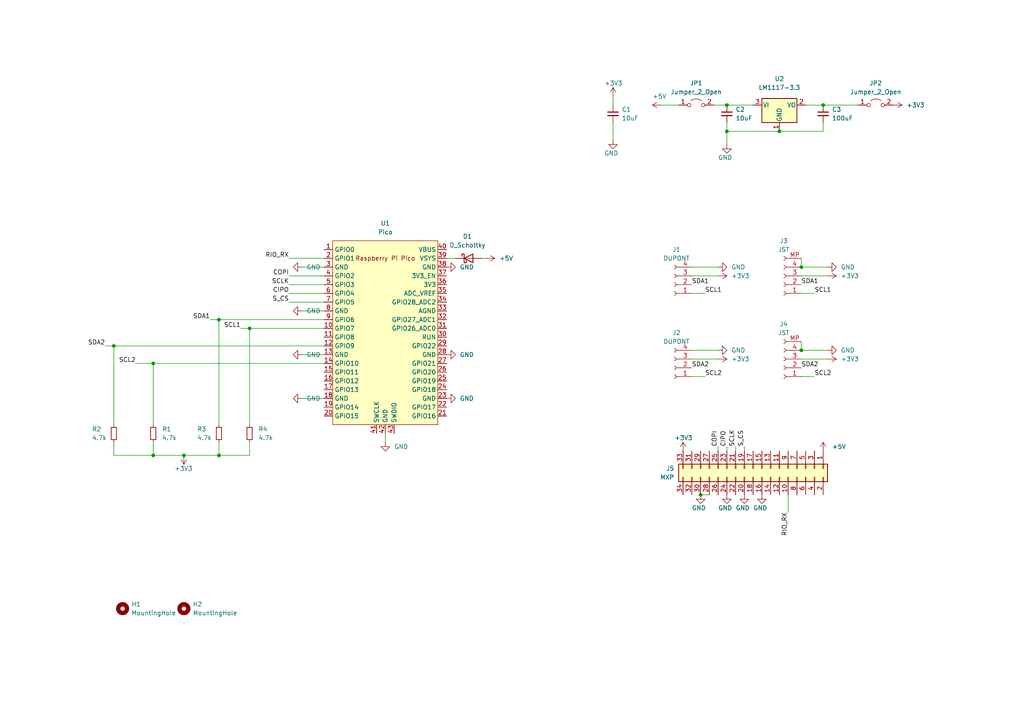
<source format=kicad_sch>
(kicad_sch (version 20211123) (generator eeschema)
  (paper "A4")
  (lib_symbols
    (symbol "Connector:Conn_01x04_Female" (pin_names (offset 1.016) hide)
      (property "Reference" "J" (at 0 5.08 0))
      (property "Value" "Conn_01x04_Female" (at 0 -7.62 0))
      (symbol "Conn_01x04_Female_1_1"
        (arc (start 0 -4.572) (mid -0.508 -5.08) (end 0 -5.588) (stroke (width 0.1524)))
        (arc (start 0 -2.032) (mid -0.508 -2.54) (end 0 -3.048) (stroke (width 0.1524)))
        (polyline (pts (xy -1.27 -5.08) (xy -0.508 -5.08)) (stroke (width 0.1524)))
        (polyline (pts (xy -1.27 -2.54) (xy -0.508 -2.54)) (stroke (width 0.1524)))
        (polyline (pts (xy -1.27 0) (xy -0.508 0)) (stroke (width 0.1524)))
        (polyline (pts (xy -1.27 2.54) (xy -0.508 2.54)) (stroke (width 0.1524)))
        (arc (start 0 0.508) (mid -0.508 0) (end 0 -0.508) (stroke (width 0.1524)))
        (arc (start 0 3.048) (mid -0.508 2.54) (end 0 2.032) (stroke (width 0.1524)))
        (pin passive line (at -5.08 2.54 0) (length 3.81) (name "Pin_1") (number "1"))
        (pin passive line (at -5.08 0 0) (length 3.81) (name "Pin_2") (number "2"))
        (pin passive line (at -5.08 -2.54 0) (length 3.81) (name "Pin_3") (number "3"))
        (pin passive line (at -5.08 -5.08 0) (length 3.81) (name "Pin_4") (number "4"))
      )
    )
    (symbol "Connector:Conn_01x05_Female" (pin_names (offset 1.016) hide)
      (property "Reference" "J?" (at 0.635 10.16 0))
      (property "Value" "Conn_01x05_Female" (at 0.635 7.62 0))
      (symbol "Conn_01x05_Female_1_1"
        (arc (start 0 -4.572) (mid -0.508 -5.08) (end 0 -5.588) (stroke (width 0.1524)))
        (arc (start 0 -2.032) (mid -0.508 -2.54) (end 0 -3.048) (stroke (width 0.1524)))
        (polyline (pts (xy -1.27 -5.08) (xy -0.508 -5.08)) (stroke (width 0.1524)))
        (polyline (pts (xy -1.27 -2.54) (xy -0.508 -2.54)) (stroke (width 0.1524)))
        (polyline (pts (xy -1.27 0) (xy -0.508 0)) (stroke (width 0.1524)))
        (polyline (pts (xy -1.27 2.54) (xy -0.508 2.54)) (stroke (width 0.1524)))
        (polyline (pts (xy -1.27 5.08) (xy -0.508 5.08)) (stroke (width 0.1524)))
        (arc (start 0 0.508) (mid -0.508 0) (end 0 -0.508) (stroke (width 0.1524)))
        (arc (start 0 3.048) (mid -0.508 2.54) (end 0 2.032) (stroke (width 0.1524)))
        (arc (start 0 5.588) (mid -0.508 5.08) (end 0 4.572) (stroke (width 0.1524)))
        (pin passive line (at -5.08 5.08 0) (length 3.81) (name "Pin_1") (number "1"))
        (pin passive line (at -5.08 2.54 0) (length 3.81) (name "Pin_2") (number "2"))
        (pin passive line (at -5.08 0 0) (length 3.81) (name "Pin_3") (number "3"))
        (pin passive line (at -5.08 -2.54 0) (length 3.81) (name "Pin_4") (number "4"))
        (pin passive line (at -5.08 -5.08 0) (length 3.81) (name "MP") (number "MP"))
      )
    )
    (symbol "Connector_Generic:Conn_02x17_Odd_Even" (pin_names (offset 1.016) hide)
      (property "Reference" "J" (at 1.27 22.86 0))
      (property "Value" "Conn_02x17_Odd_Even" (at 1.27 -22.86 0))
      (symbol "Conn_02x17_Odd_Even_1_1"
        (rectangle (start -1.27 -20.193) (end 0 -20.447) (stroke (width 0.1524)))
        (rectangle (start -1.27 -17.653) (end 0 -17.907) (stroke (width 0.1524)))
        (rectangle (start -1.27 -15.113) (end 0 -15.367) (stroke (width 0.1524)))
        (rectangle (start -1.27 -12.573) (end 0 -12.827) (stroke (width 0.1524)))
        (rectangle (start -1.27 -10.033) (end 0 -10.287) (stroke (width 0.1524)))
        (rectangle (start -1.27 -7.493) (end 0 -7.747) (stroke (width 0.1524)))
        (rectangle (start -1.27 -4.953) (end 0 -5.207) (stroke (width 0.1524)))
        (rectangle (start -1.27 -2.413) (end 0 -2.667) (stroke (width 0.1524)))
        (rectangle (start -1.27 0.127) (end 0 -0.127) (stroke (width 0.1524)))
        (rectangle (start -1.27 2.667) (end 0 2.413) (stroke (width 0.1524)))
        (rectangle (start -1.27 5.207) (end 0 4.953) (stroke (width 0.1524)))
        (rectangle (start -1.27 7.747) (end 0 7.493) (stroke (width 0.1524)))
        (rectangle (start -1.27 10.287) (end 0 10.033) (stroke (width 0.1524)))
        (rectangle (start -1.27 12.827) (end 0 12.573) (stroke (width 0.1524)))
        (rectangle (start -1.27 15.367) (end 0 15.113) (stroke (width 0.1524)))
        (rectangle (start -1.27 17.907) (end 0 17.653) (stroke (width 0.1524)))
        (rectangle (start -1.27 20.447) (end 0 20.193) (stroke (width 0.1524)))
        (rectangle (start -1.27 21.59) (end 3.81 -21.59) (stroke (width 0.254)) (fill (type background)))
        (rectangle (start 3.81 -20.193) (end 2.54 -20.447) (stroke (width 0.1524)))
        (rectangle (start 3.81 -17.653) (end 2.54 -17.907) (stroke (width 0.1524)))
        (rectangle (start 3.81 -15.113) (end 2.54 -15.367) (stroke (width 0.1524)))
        (rectangle (start 3.81 -12.573) (end 2.54 -12.827) (stroke (width 0.1524)))
        (rectangle (start 3.81 -10.033) (end 2.54 -10.287) (stroke (width 0.1524)))
        (rectangle (start 3.81 -7.493) (end 2.54 -7.747) (stroke (width 0.1524)))
        (rectangle (start 3.81 -4.953) (end 2.54 -5.207) (stroke (width 0.1524)))
        (rectangle (start 3.81 -2.413) (end 2.54 -2.667) (stroke (width 0.1524)))
        (rectangle (start 3.81 0.127) (end 2.54 -0.127) (stroke (width 0.1524)))
        (rectangle (start 3.81 2.667) (end 2.54 2.413) (stroke (width 0.1524)))
        (rectangle (start 3.81 5.207) (end 2.54 4.953) (stroke (width 0.1524)))
        (rectangle (start 3.81 7.747) (end 2.54 7.493) (stroke (width 0.1524)))
        (rectangle (start 3.81 10.287) (end 2.54 10.033) (stroke (width 0.1524)))
        (rectangle (start 3.81 12.827) (end 2.54 12.573) (stroke (width 0.1524)))
        (rectangle (start 3.81 15.367) (end 2.54 15.113) (stroke (width 0.1524)))
        (rectangle (start 3.81 17.907) (end 2.54 17.653) (stroke (width 0.1524)))
        (rectangle (start 3.81 20.447) (end 2.54 20.193) (stroke (width 0.1524)))
        (pin passive line (at -5.08 20.32 0) (length 3.81) (name "Pin_1") (number "1"))
        (pin passive line (at 7.62 10.16 180) (length 3.81) (name "Pin_10") (number "10"))
        (pin passive line (at -5.08 7.62 0) (length 3.81) (name "Pin_11") (number "11"))
        (pin passive line (at 7.62 7.62 180) (length 3.81) (name "Pin_12") (number "12"))
        (pin passive line (at -5.08 5.08 0) (length 3.81) (name "Pin_13") (number "13"))
        (pin passive line (at 7.62 5.08 180) (length 3.81) (name "Pin_14") (number "14"))
        (pin passive line (at -5.08 2.54 0) (length 3.81) (name "Pin_15") (number "15"))
        (pin passive line (at 7.62 2.54 180) (length 3.81) (name "Pin_16") (number "16"))
        (pin passive line (at -5.08 0 0) (length 3.81) (name "Pin_17") (number "17"))
        (pin passive line (at 7.62 0 180) (length 3.81) (name "Pin_18") (number "18"))
        (pin passive line (at -5.08 -2.54 0) (length 3.81) (name "Pin_19") (number "19"))
        (pin passive line (at 7.62 20.32 180) (length 3.81) (name "Pin_2") (number "2"))
        (pin passive line (at 7.62 -2.54 180) (length 3.81) (name "Pin_20") (number "20"))
        (pin passive line (at -5.08 -5.08 0) (length 3.81) (name "Pin_21") (number "21"))
        (pin passive line (at 7.62 -5.08 180) (length 3.81) (name "Pin_22") (number "22"))
        (pin passive line (at -5.08 -7.62 0) (length 3.81) (name "Pin_23") (number "23"))
        (pin passive line (at 7.62 -7.62 180) (length 3.81) (name "Pin_24") (number "24"))
        (pin passive line (at -5.08 -10.16 0) (length 3.81) (name "Pin_25") (number "25"))
        (pin passive line (at 7.62 -10.16 180) (length 3.81) (name "Pin_26") (number "26"))
        (pin passive line (at -5.08 -12.7 0) (length 3.81) (name "Pin_27") (number "27"))
        (pin passive line (at 7.62 -12.7 180) (length 3.81) (name "Pin_28") (number "28"))
        (pin passive line (at -5.08 -15.24 0) (length 3.81) (name "Pin_29") (number "29"))
        (pin passive line (at -5.08 17.78 0) (length 3.81) (name "Pin_3") (number "3"))
        (pin passive line (at 7.62 -15.24 180) (length 3.81) (name "Pin_30") (number "30"))
        (pin passive line (at -5.08 -17.78 0) (length 3.81) (name "Pin_31") (number "31"))
        (pin passive line (at 7.62 -17.78 180) (length 3.81) (name "Pin_32") (number "32"))
        (pin passive line (at -5.08 -20.32 0) (length 3.81) (name "Pin_33") (number "33"))
        (pin passive line (at 7.62 -20.32 180) (length 3.81) (name "Pin_34") (number "34"))
        (pin passive line (at 7.62 17.78 180) (length 3.81) (name "Pin_4") (number "4"))
        (pin passive line (at -5.08 15.24 0) (length 3.81) (name "Pin_5") (number "5"))
        (pin passive line (at 7.62 15.24 180) (length 3.81) (name "Pin_6") (number "6"))
        (pin passive line (at -5.08 12.7 0) (length 3.81) (name "Pin_7") (number "7"))
        (pin passive line (at 7.62 12.7 180) (length 3.81) (name "Pin_8") (number "8"))
        (pin passive line (at -5.08 10.16 0) (length 3.81) (name "Pin_9") (number "9"))
      )
    )
    (symbol "Device:C_Small" (pin_numbers hide) (pin_names (offset 0.254) hide)
      (property "Reference" "C" (at 0.254 1.778 0))
      (property "Value" "C_Small" (at 0.254 -2.032 0))
      (symbol "C_Small_0_1"
        (polyline (pts (xy -1.524 -0.508) (xy 1.524 -0.508)) (stroke (width 0.3302)))
        (polyline (pts (xy -1.524 0.508) (xy 1.524 0.508)) (stroke (width 0.3048)))
      )
      (symbol "C_Small_1_1"
        (pin passive line (at 0 2.54 270) (length 2.032) (name "~") (number "1"))
        (pin passive line (at 0 -2.54 90) (length 2.032) (name "~") (number "2"))
      )
    )
    (symbol "Device:D_Schottky" (pin_numbers hide) (pin_names (offset 1.016) hide)
      (property "Reference" "D" (at 0 2.54 0))
      (property "Value" "D_Schottky" (at 0 -2.54 0))
      (symbol "D_Schottky_0_1"
        (polyline (pts (xy 1.27 0) (xy -1.27 0)))
        (polyline (pts (xy 1.27 1.27) (xy 1.27 -1.27) (xy -1.27 0) (xy 1.27 1.27)) (stroke (width 0.254)))
        (polyline (pts (xy -1.905 0.635) (xy -1.905 1.27) (xy -1.27 1.27) (xy -1.27 -1.27) (xy -0.635 -1.27) (xy -0.635 -0.635)) (stroke (width 0.254)))
      )
      (symbol "D_Schottky_1_1"
        (pin passive line (at -3.81 0 0) (length 2.54) (name "K") (number "1"))
        (pin passive line (at 3.81 0 180) (length 2.54) (name "A") (number "2"))
      )
    )
    (symbol "Device:R_Small" (pin_numbers hide) (pin_names (offset 0.254) hide)
      (property "Reference" "R" (at 0.762 0.508 0))
      (property "Value" "R_Small" (at 0.762 -1.016 0))
      (symbol "R_Small_0_1"
        (rectangle (start -0.762 1.778) (end 0.762 -1.778) (stroke (width 0.2032)))
      )
      (symbol "R_Small_1_1"
        (pin passive line (at 0 2.54 270) (length 0.762) (name "~") (number "1"))
        (pin passive line (at 0 -2.54 90) (length 0.762) (name "~") (number "2"))
      )
    )
    (symbol "Jumper:Jumper_2_Open" (pin_names (offset 0) hide)
      (property "Reference" "JP" (at 0 2.794 0))
      (property "Value" "Jumper_2_Open" (at 0 -2.286 0))
      (symbol "Jumper_2_Open_0_0"
        (circle (center -2.032 0) (radius 0.508))
        (circle (center 2.032 0) (radius 0.508))
      )
      (symbol "Jumper_2_Open_0_1"
        (arc (start 1.524 1.27) (mid 0 1.778) (end -1.524 1.27))
      )
      (symbol "Jumper_2_Open_1_1"
        (pin passive line (at -5.08 0 0) (length 2.54) (name "A") (number "1"))
        (pin passive line (at 5.08 0 180) (length 2.54) (name "B") (number "2"))
      )
    )
    (symbol "MCU_RaspberryPi_and_Boards:Pico"
      (property "Reference" "U" (at -13.97 27.94 0))
      (property "Value" "Pico" (at 0 19.05 0))
      (symbol "Pico_0_0"
        (text "Raspberry Pi Pico" (at 0 21.59 0) (effects (font (size 1.27 1.27))))
      )
      (symbol "Pico_0_1"
        (rectangle (start -15.24 26.67) (end 15.24 -26.67) (fill (type background)))
      )
      (symbol "Pico_1_1"
        (pin bidirectional line (at -17.78 24.13 0) (length 2.54) (name "GPIO0") (number "1"))
        (pin bidirectional line (at -17.78 1.27 0) (length 2.54) (name "GPIO7") (number "10"))
        (pin bidirectional line (at -17.78 -1.27 0) (length 2.54) (name "GPIO8") (number "11"))
        (pin bidirectional line (at -17.78 -3.81 0) (length 2.54) (name "GPIO9") (number "12"))
        (pin power_in line (at -17.78 -6.35 0) (length 2.54) (name "GND") (number "13"))
        (pin bidirectional line (at -17.78 -8.89 0) (length 2.54) (name "GPIO10") (number "14"))
        (pin bidirectional line (at -17.78 -11.43 0) (length 2.54) (name "GPIO11") (number "15"))
        (pin bidirectional line (at -17.78 -13.97 0) (length 2.54) (name "GPIO12") (number "16"))
        (pin bidirectional line (at -17.78 -16.51 0) (length 2.54) (name "GPIO13") (number "17"))
        (pin power_in line (at -17.78 -19.05 0) (length 2.54) (name "GND") (number "18"))
        (pin bidirectional line (at -17.78 -21.59 0) (length 2.54) (name "GPIO14") (number "19"))
        (pin bidirectional line (at -17.78 21.59 0) (length 2.54) (name "GPIO1") (number "2"))
        (pin bidirectional line (at -17.78 -24.13 0) (length 2.54) (name "GPIO15") (number "20"))
        (pin bidirectional line (at 17.78 -24.13 180) (length 2.54) (name "GPIO16") (number "21"))
        (pin bidirectional line (at 17.78 -21.59 180) (length 2.54) (name "GPIO17") (number "22"))
        (pin power_in line (at 17.78 -19.05 180) (length 2.54) (name "GND") (number "23"))
        (pin bidirectional line (at 17.78 -16.51 180) (length 2.54) (name "GPIO18") (number "24"))
        (pin bidirectional line (at 17.78 -13.97 180) (length 2.54) (name "GPIO19") (number "25"))
        (pin bidirectional line (at 17.78 -11.43 180) (length 2.54) (name "GPIO20") (number "26"))
        (pin bidirectional line (at 17.78 -8.89 180) (length 2.54) (name "GPIO21") (number "27"))
        (pin power_in line (at 17.78 -6.35 180) (length 2.54) (name "GND") (number "28"))
        (pin bidirectional line (at 17.78 -3.81 180) (length 2.54) (name "GPIO22") (number "29"))
        (pin power_in line (at -17.78 19.05 0) (length 2.54) (name "GND") (number "3"))
        (pin input line (at 17.78 -1.27 180) (length 2.54) (name "RUN") (number "30"))
        (pin bidirectional line (at 17.78 1.27 180) (length 2.54) (name "GPIO26_ADC0") (number "31"))
        (pin bidirectional line (at 17.78 3.81 180) (length 2.54) (name "GPIO27_ADC1") (number "32"))
        (pin power_in line (at 17.78 6.35 180) (length 2.54) (name "AGND") (number "33"))
        (pin bidirectional line (at 17.78 8.89 180) (length 2.54) (name "GPIO28_ADC2") (number "34"))
        (pin power_in line (at 17.78 11.43 180) (length 2.54) (name "ADC_VREF") (number "35"))
        (pin power_in line (at 17.78 13.97 180) (length 2.54) (name "3V3") (number "36"))
        (pin input line (at 17.78 16.51 180) (length 2.54) (name "3V3_EN") (number "37"))
        (pin bidirectional line (at 17.78 19.05 180) (length 2.54) (name "GND") (number "38"))
        (pin power_in line (at 17.78 21.59 180) (length 2.54) (name "VSYS") (number "39"))
        (pin bidirectional line (at -17.78 16.51 0) (length 2.54) (name "GPIO2") (number "4"))
        (pin power_in line (at 17.78 24.13 180) (length 2.54) (name "VBUS") (number "40"))
        (pin input line (at -2.54 -29.21 90) (length 2.54) (name "SWCLK") (number "41"))
        (pin power_in line (at 0 -29.21 90) (length 2.54) (name "GND") (number "42"))
        (pin bidirectional line (at 2.54 -29.21 90) (length 2.54) (name "SWDIO") (number "43"))
        (pin bidirectional line (at -17.78 13.97 0) (length 2.54) (name "GPIO3") (number "5"))
        (pin bidirectional line (at -17.78 11.43 0) (length 2.54) (name "GPIO4") (number "6"))
        (pin bidirectional line (at -17.78 8.89 0) (length 2.54) (name "GPIO5") (number "7"))
        (pin power_in line (at -17.78 6.35 0) (length 2.54) (name "GND") (number "8"))
        (pin bidirectional line (at -17.78 3.81 0) (length 2.54) (name "GPIO6") (number "9"))
      )
    )
    (symbol "Mechanical:MountingHole" (pin_names (offset 1.016))
      (property "Reference" "H" (at 0 5.08 0))
      (property "Value" "MountingHole" (at 0 3.175 0))
      (symbol "MountingHole_0_1"
        (circle (center 0 0) (radius 1.27) (stroke (width 1.27)))
      )
    )
    (symbol "Regulator_Linear:LM1117-3.3" (pin_names (offset 0.254))
      (property "Reference" "U" (at -3.81 3.175 0))
      (property "Value" "LM1117-3.3" (at 0 3.175 0))
      (symbol "LM1117-3.3_0_1"
        (rectangle (start -5.08 -5.08) (end 5.08 1.905) (stroke (width 0.254)) (fill (type background)))
      )
      (symbol "LM1117-3.3_1_1"
        (pin power_in line (at 0 -7.62 90) (length 2.54) (name "GND") (number "1"))
        (pin power_out line (at 7.62 0 180) (length 2.54) (name "VO") (number "2"))
        (pin power_in line (at -7.62 0 0) (length 2.54) (name "VI") (number "3"))
      )
    )
    (symbol "power:+3V3" (power) (pin_names (offset 0))
      (property "Value" "+3V3" (at 0 3.556 0))
      (symbol "+3V3_0_1"
        (polyline (pts (xy -0.762 1.27) (xy 0 2.54)))
        (polyline (pts (xy 0 0) (xy 0 2.54)))
        (polyline (pts (xy 0 2.54) (xy 0.762 1.27)))
      )
      (symbol "+3V3_1_1"
        (pin power_in line (at 0 0 90) (length 0) hide (name "+3V3") (number "1"))
      )
    )
    (symbol "power:+5V" (power) (pin_names (offset 0))
      (property "Value" "+5V" (at 0 3.556 0))
      (symbol "+5V_0_1"
        (polyline (pts (xy -0.762 1.27) (xy 0 2.54)))
        (polyline (pts (xy 0 0) (xy 0 2.54)))
        (polyline (pts (xy 0 2.54) (xy 0.762 1.27)))
      )
      (symbol "+5V_1_1"
        (pin power_in line (at 0 0 90) (length 0) hide (name "+5V") (number "1"))
      )
    )
    (symbol "power:GND" (power) (pin_names (offset 0))
      (property "Value" "GND" (at 0 -3.81 0))
      (symbol "GND_0_1"
        (polyline (pts (xy 0 0) (xy 0 -1.27) (xy 1.27 -1.27) (xy 0 -2.54) (xy -1.27 -1.27) (xy 0 -1.27)))
      )
      (symbol "GND_1_1"
        (pin power_in line (at 0 0 270) (length 0) hide (name "GND") (number "1"))
      )
    )
  )
  (junction (at 232.41 101.6))
  (junction (at 210.82 30.48))
  (junction (at 232.41 77.47))
  (junction (at 53.34 132.08))
  (junction (at 226.06 38.1))
  (junction (at 238.76 30.48))
  (junction (at 203.2 143.51))
  (junction (at 44.45 105.41))
  (junction (at 63.5 132.08))
  (junction (at 210.82 38.1))
  (junction (at 44.45 132.08))
  (junction (at 33.02 100.33))
  (junction (at 63.5 92.71))
  (junction (at 72.39 95.25))
  (wire (pts (xy 210.82 30.48) (xy 218.44 30.48)))
  (wire (pts (xy 191.77 30.48) (xy 196.85 30.48)))
  (wire (pts (xy 240.03 104.14) (xy 232.41 104.14)))
  (wire (pts (xy 238.76 30.48) (xy 248.92 30.48)))
  (wire (pts (xy 60.96 92.71) (xy 63.5 92.71)))
  (wire (pts (xy 53.34 132.08) (xy 63.5 132.08)))
  (wire (pts (xy 111.76 128.27) (xy 111.76 125.73)))
  (wire (pts (xy 83.82 85.09) (xy 93.98 85.09)))
  (wire (pts (xy 33.02 100.33) (xy 93.98 100.33)))
  (wire (pts (xy 87.63 77.47) (xy 93.98 77.47)))
  (wire (pts (xy 210.82 41.91) (xy 210.82 38.1)))
  (wire (pts (xy 129.54 74.93) (xy 132.08 74.93)))
  (wire (pts (xy 240.03 80.01) (xy 232.41 80.01)))
  (wire (pts (xy 83.82 87.63) (xy 93.98 87.63)))
  (wire (pts (xy 83.82 80.01) (xy 93.98 80.01)))
  (wire (pts (xy 63.5 123.19) (xy 63.5 92.71)))
  (wire (pts (xy 177.8 40.64) (xy 177.8 35.56)))
  (wire (pts (xy 30.48 100.33) (xy 33.02 100.33)))
  (wire (pts (xy 204.47 85.09) (xy 200.66 85.09)))
  (wire (pts (xy 210.82 38.1) (xy 210.82 35.56)))
  (wire (pts (xy 72.39 123.19) (xy 72.39 95.25)))
  (wire (pts (xy 63.5 132.08) (xy 72.39 132.08)))
  (wire (pts (xy 87.63 115.57) (xy 93.98 115.57)))
  (wire (pts (xy 233.68 30.48) (xy 238.76 30.48)))
  (wire (pts (xy 213.36 129.54) (xy 213.36 130.81)))
  (wire (pts (xy 69.85 95.25) (xy 72.39 95.25)))
  (wire (pts (xy 215.9 129.54) (xy 215.9 130.81)))
  (wire (pts (xy 240.03 77.47) (xy 232.41 77.47)))
  (wire (pts (xy 87.63 102.87) (xy 93.98 102.87)))
  (wire (pts (xy 139.7 74.93) (xy 140.97 74.93)))
  (wire (pts (xy 236.22 109.22) (xy 232.41 109.22)))
  (wire (pts (xy 204.47 109.22) (xy 200.66 109.22)))
  (wire (pts (xy 44.45 132.08) (xy 44.45 128.27)))
  (wire (pts (xy 238.76 38.1) (xy 226.06 38.1)))
  (wire (pts (xy 87.63 90.17) (xy 93.98 90.17)))
  (wire (pts (xy 203.2 143.51) (xy 205.74 143.51)))
  (wire (pts (xy 83.82 82.55) (xy 93.98 82.55)))
  (wire (pts (xy 72.39 132.08) (xy 72.39 128.27)))
  (wire (pts (xy 72.39 95.25) (xy 93.98 95.25)))
  (wire (pts (xy 63.5 132.08) (xy 63.5 128.27)))
  (wire (pts (xy 228.6 148.59) (xy 228.6 143.51)))
  (wire (pts (xy 210.82 38.1) (xy 226.06 38.1)))
  (wire (pts (xy 240.03 101.6) (xy 232.41 101.6)))
  (wire (pts (xy 44.45 105.41) (xy 93.98 105.41)))
  (wire (pts (xy 210.82 129.54) (xy 210.82 130.81)))
  (wire (pts (xy 208.28 129.54) (xy 208.28 130.81)))
  (wire (pts (xy 33.02 132.08) (xy 44.45 132.08)))
  (wire (pts (xy 232.41 99.06) (xy 232.41 101.6)))
  (wire (pts (xy 208.28 77.47) (xy 200.66 77.47)))
  (wire (pts (xy 44.45 132.08) (xy 53.34 132.08)))
  (wire (pts (xy 33.02 132.08) (xy 33.02 128.27)))
  (wire (pts (xy 238.76 35.56) (xy 238.76 38.1)))
  (wire (pts (xy 44.45 123.19) (xy 44.45 105.41)))
  (wire (pts (xy 63.5 92.71) (xy 93.98 92.71)))
  (wire (pts (xy 207.01 30.48) (xy 210.82 30.48)))
  (wire (pts (xy 236.22 85.09) (xy 232.41 85.09)))
  (wire (pts (xy 208.28 104.14) (xy 200.66 104.14)))
  (wire (pts (xy 208.28 101.6) (xy 200.66 101.6)))
  (wire (pts (xy 208.28 80.01) (xy 200.66 80.01)))
  (wire (pts (xy 83.82 74.93) (xy 93.98 74.93)))
  (wire (pts (xy 39.37 105.41) (xy 44.45 105.41)))
  (wire (pts (xy 177.8 27.94) (xy 177.8 30.48)))
  (wire (pts (xy 232.41 74.93) (xy 232.41 77.47)))
  (wire (pts (xy 33.02 123.19) (xy 33.02 100.33)))
  (label "SCL1" (at 69.85 95.25 180))
  (label "SCLK" (at 83.82 82.55 180))
  (label "SCLK" (at 213.36 129.54 90))
  (label "SCL1" (at 204.47 85.09 0))
  (label "CIPO" (at 210.82 129.54 90))
  (label "SDA1" (at 200.66 82.55 0))
  (label "SDA2" (at 200.66 106.68 0))
  (label "SCL2" (at 204.47 109.22 0))
  (label "RIO_RX" (at 228.6 148.59 270))
  (label "SCL2" (at 236.22 109.22 0))
  (label "SCL2" (at 39.37 105.41 180))
  (label "SDA1" (at 232.41 82.55 0))
  (label "S_CS" (at 215.9 129.54 90))
  (label "SCL1" (at 236.22 85.09 0))
  (label "COPI" (at 208.28 129.54 90))
  (label "COPI" (at 83.82 80.01 180))
  (label "SDA1" (at 60.96 92.71 180))
  (label "SDA2" (at 232.41 106.68 0))
  (label "CIPO" (at 83.82 85.09 180))
  (label "SDA2" (at 30.48 100.33 180))
  (label "S_CS" (at 83.82 87.63 180))
  (label "RIO_RX" (at 83.82 74.93 180))
  (symbol (lib_id "power:+3V3") (at 198.12 130.81 0) (unit 1)
    (property "Reference" "#PWR0111" (effects hide))
    (property "Value" "+3V3" (at 195.58 127 0) (effects (justify left)))
  )
  (symbol (lib_id "power:GND") (at 210.82 41.91 0) (unit 1)
    (property "Reference" "#PWR0129" (effects hide))
    (property "Value" "GND" (at 208.28 45.72 0) (effects (justify left)))
  )
  (symbol (lib_id "power:GND") (at 203.2 143.51 0) (unit 1)
    (property "Reference" "#PWR0109" (effects hide))
    (property "Value" "GND" (at 200.66 147.32 0) (effects (justify left)))
  )
  (symbol (lib_id "power:+5V") (at 191.77 30.48 90) (unit 1)
    (property "Reference" "#PWR0128" (effects hide))
    (property "Value" "+5V" (at 189.23 27.94 90) (effects (justify right)))
  )
  (symbol (lib_id "power:GND") (at 220.98 143.51 0) (unit 1)
    (property "Reference" "#PWR0123" (effects hide))
    (property "Value" "GND" (at 218.44 147.32 0) (effects (justify left)))
  )
  (symbol (lib_id "power:GND") (at 87.63 90.17 270) (unit 1)
    (property "Reference" "#PWR0118" (effects hide))
    (property "Value" "GND" (at 88.9 90.1699 90) (effects (justify left)))
  )
  (symbol (lib_id "Jumper:Jumper_2_Open") (at 254 30.48 0) (unit 1)
    (property "Reference" "JP2" (at 254 24.13 0))
    (property "Value" "Jumper_2_Open" (at 254 26.67 0))
    (property "Footprint" "Jumper:SolderJumper-2_P1.3mm_Open_TrianglePad1.0x1.5mm" (effects hide))
  )
  (symbol (lib_id "Jumper:Jumper_2_Open") (at 201.93 30.48 0) (unit 1)
    (property "Reference" "JP1" (at 201.93 24.13 0))
    (property "Value" "Jumper_2_Open" (at 201.93 26.67 0))
    (property "Footprint" "Jumper:SolderJumper-2_P1.3mm_Open_TrianglePad1.0x1.5mm" (effects hide))
  )
  (symbol (lib_id "power:GND") (at 87.63 77.47 270) (unit 1)
    (property "Reference" "#PWR0116" (effects hide))
    (property "Value" "GND" (at 88.9 77.4699 90) (effects (justify left)))
  )
  (symbol (lib_id "Device:C_Small") (at 177.8 33.02 0) (unit 1)
    (property "Reference" "C1" (at 180.34 31.7562 0) (effects (justify left)))
    (property "Value" "10uF" (at 180.34 34.2962 0) (effects (justify left)))
    (property "Footprint" "Capacitor_SMD:C_0805_2012Metric" (effects hide))
  )
  (symbol (lib_id "power:GND") (at 208.28 101.6 90) (unit 1)
    (property "Reference" "#PWR0102" (effects hide))
    (property "Value" "GND" (at 212.09 101.5999 90) (effects (justify right)))
  )
  (symbol (lib_id "Connector:Conn_01x05_Female") (at 227.33 104.14 180) (unit 1)
    (property "Reference" "J4" (at 227.33 93.98 0))
    (property "Value" "JST" (at 227.33 96.52 0))
    (property "Footprint" "Connector_JST:JST_PH_S4B-PH-SM4-TB_1x04-1MP_P2.00mm_Horizontal" (effects hide))
  )
  (symbol (lib_id "MCU_RaspberryPi_and_Boards:Pico") (at 111.76 96.52 0) (unit 1)
    (property "Reference" "U1" (at 111.76 64.77 0))
    (property "Value" "Pico" (at 111.76 67.31 0))
    (property "Footprint" "MCU_RaspberryPi_and_Boards:RPi_Pico_SMD_TH" (effects hide))
  )
  (symbol (lib_id "power:GND") (at 240.03 101.6 90) (unit 1)
    (property "Reference" "#PWR0103" (effects hide))
    (property "Value" "GND" (at 243.84 101.5999 90) (effects (justify right)))
  )
  (symbol (lib_id "power:+3V3") (at 208.28 104.14 270) (unit 1)
    (property "Reference" "#PWR0101" (effects hide))
    (property "Value" "+3V3" (at 212.09 104.1399 90) (effects (justify left)))
  )
  (symbol (lib_id "Device:D_Schottky") (at 135.89 74.93 0) (unit 1)
    (property "Reference" "D1" (at 135.5725 68.58 0))
    (property "Value" "D_Schottky" (at 135.5725 71.12 0))
    (property "Footprint" "Diode_SMD:D_0603_1608Metric_Pad1.05x0.95mm_HandSolder" (effects hide))
  )
  (symbol (lib_id "power:GND") (at 210.82 143.51 0) (unit 1)
    (property "Reference" "#PWR0110" (effects hide))
    (property "Value" "GND" (at 208.28 147.32 0) (effects (justify left)))
  )
  (symbol (lib_id "power:GND") (at 129.54 102.87 90) (unit 1)
    (property "Reference" "#PWR0113" (effects hide))
    (property "Value" "GND" (at 133.35 102.8699 90) (effects (justify right)))
  )
  (symbol (lib_id "Mechanical:MountingHole") (at 53.34 176.53 0) (unit 1)
    (property "Reference" "H2" (at 55.88 175.2599 0) (effects (justify left)))
    (property "Value" "MountingHole" (at 55.88 177.7999 0) (effects (justify left)))
    (property "Footprint" "MountingHole:MountingHole_3.2mm_M3" (effects hide))
  )
  (symbol (lib_id "Device:C_Small") (at 210.82 33.02 0) (unit 1)
    (property "Reference" "C2" (at 213.36 31.7562 0) (effects (justify left)))
    (property "Value" "10uF" (at 213.36 34.2962 0) (effects (justify left)))
    (property "Footprint" "Capacitor_SMD:C_0805_2012Metric" (effects hide))
  )
  (symbol (lib_id "power:GND") (at 215.9 143.51 0) (unit 1)
    (property "Reference" "#PWR0121" (effects hide))
    (property "Value" "GND" (at 213.36 147.32 0) (effects (justify left)))
  )
  (symbol (lib_id "power:+3V3") (at 240.03 80.01 270) (unit 1)
    (property "Reference" "#PWR0131" (effects hide))
    (property "Value" "+3V3" (at 243.84 80.0099 90) (effects (justify left)))
  )
  (symbol (lib_id "Device:R_Small") (at 33.02 125.73 0) (unit 1)
    (property "Reference" "R2" (at 26.67 124.46 0) (effects (justify left)))
    (property "Value" "4.7k" (at 26.67 127 0) (effects (justify left)))
    (property "Footprint" "Resistor_SMD:R_0805_2012Metric" (effects hide))
  )
  (symbol (lib_id "power:GND") (at 240.03 77.47 90) (unit 1)
    (property "Reference" "#PWR0130" (effects hide))
    (property "Value" "GND" (at 243.84 77.4699 90) (effects (justify right)))
  )
  (symbol (lib_id "power:GND") (at 208.28 77.47 90) (unit 1)
    (property "Reference" "#PWR0108" (effects hide))
    (property "Value" "GND" (at 212.09 77.4699 90) (effects (justify right)))
  )
  (symbol (lib_id "Connector:Conn_01x05_Female") (at 227.33 80.01 180) (unit 1)
    (property "Reference" "J3" (at 227.33 69.85 0))
    (property "Value" "JST" (at 227.33 72.39 0))
    (property "Footprint" "Connector_JST:JST_PH_S4B-PH-SM4-TB_1x04-1MP_P2.00mm_Horizontal" (effects hide))
  )
  (symbol (lib_id "Regulator_Linear:LM1117-3.3") (at 226.06 30.48 0) (unit 1)
    (property "Reference" "U2" (at 226.06 22.86 0))
    (property "Value" "LM1117-3.3" (at 226.06 25.4 0))
    (property "Footprint" "Package_TO_SOT_SMD:TO-263-3_TabPin2" (effects hide))
    (property "Datasheet" "http://www.ti.com/lit/ds/symlink/lm1117.pdf" (effects hide))
  )
  (symbol (lib_id "power:+3V3") (at 259.08 30.48 270) (unit 1)
    (property "Reference" "#PWR0127" (effects hide))
    (property "Value" "+3V3" (at 262.89 30.4799 90) (effects (justify left)))
  )
  (symbol (lib_id "Connector:Conn_01x04_Female") (at 195.58 106.68 180) (unit 1)
    (property "Reference" "J2" (at 196.215 96.52 0))
    (property "Value" "DUPONT" (at 196.215 99.06 0))
    (property "Footprint" "Connector_PinHeader_2.54mm:PinHeader_1x04_P2.54mm_Vertical" (effects hide))
  )
  (symbol (lib_id "power:GND") (at 87.63 115.57 270) (unit 1)
    (property "Reference" "#PWR0120" (effects hide))
    (property "Value" "GND" (at 88.9 115.5699 90) (effects (justify left)))
  )
  (symbol (lib_id "Connector:Conn_01x04_Female") (at 195.58 82.55 180) (unit 1)
    (property "Reference" "J1" (at 196.215 72.39 0))
    (property "Value" "DUPONT" (at 196.215 74.93 0))
    (property "Footprint" "Connector_PinHeader_2.54mm:PinHeader_1x04_P2.54mm_Vertical" (effects hide))
  )
  (symbol (lib_id "Device:R_Small") (at 44.45 125.73 0) (unit 1)
    (property "Reference" "R1" (at 46.99 124.46 0) (effects (justify left)))
    (property "Value" "4.7k" (at 46.99 127 0) (effects (justify left)))
    (property "Footprint" "Resistor_SMD:R_0805_2012Metric" (effects hide))
  )
  (symbol (lib_id "power:GND") (at 129.54 115.57 90) (unit 1)
    (property "Reference" "#PWR0114" (effects hide))
    (property "Value" "GND" (at 133.35 115.5699 90) (effects (justify right)))
  )
  (symbol (lib_id "power:+5V") (at 140.97 74.93 270) (unit 1)
    (property "Reference" "#PWR0115" (effects hide))
    (property "Value" "+5V" (at 144.78 74.9299 90) (effects (justify left)))
  )
  (symbol (lib_id "power:+5V") (at 238.76 130.81 0) (unit 1)
    (property "Reference" "#PWR0122" (effects hide))
    (property "Value" "+5V" (at 241.3 129.5399 0) (effects (justify left)))
  )
  (symbol (lib_id "Connector_Generic:Conn_02x17_Odd_Even") (at 218.44 135.89 270) (unit 1)
    (property "Reference" "J5" (at 195.58 135.8899 90) (effects (justify right)))
    (property "Value" "MXP" (at 195.58 138.4299 90) (effects (justify right)))
    (property "Footprint" "Connector_PinSocket_2.54mm:PinSocket_2x17_P2.54mm_Vertical" (effects hide))
  )
  (symbol (lib_id "Mechanical:MountingHole") (at 35.56 176.53 0) (unit 1)
    (property "Reference" "H1" (at 38.1 175.2599 0) (effects (justify left)))
    (property "Value" "MountingHole" (at 38.1 177.7999 0) (effects (justify left)))
    (property "Footprint" "MountingHole:MountingHole_3.2mm_M3" (effects hide))
  )
  (symbol (lib_id "power:GND") (at 177.8 40.64 0) (unit 1)
    (property "Reference" "#PWR0126" (effects hide))
    (property "Value" "GND" (at 175.26 44.45 0) (effects (justify left)))
  )
  (symbol (lib_id "power:+3V3") (at 240.03 104.14 270) (unit 1)
    (property "Reference" "#PWR0104" (effects hide))
    (property "Value" "+3V3" (at 243.84 104.1399 90) (effects (justify left)))
  )
  (symbol (lib_id "Device:R_Small") (at 63.5 125.73 0) (unit 1)
    (property "Reference" "R3" (at 57.15 124.46 0) (effects (justify left)))
    (property "Value" "4.7k" (at 57.15 127 0) (effects (justify left)))
    (property "Footprint" "Resistor_SMD:R_0805_2012Metric" (effects hide))
  )
  (symbol (lib_id "power:+3V3") (at 208.28 80.01 270) (unit 1)
    (property "Reference" "#PWR0107" (effects hide))
    (property "Value" "+3V3" (at 212.09 80.0099 90) (effects (justify left)))
  )
  (symbol (lib_id "power:GND") (at 111.76 128.27 0) (unit 1)
    (property "Reference" "#PWR0119" (effects hide))
    (property "Value" "GND" (at 114.3 129.5399 0) (effects (justify left)))
  )
  (symbol (lib_id "Device:R_Small") (at 72.39 125.73 0) (unit 1)
    (property "Reference" "R4" (at 74.93 124.4599 0) (effects (justify left)))
    (property "Value" "4.7k" (at 74.93 126.9999 0) (effects (justify left)))
    (property "Footprint" "Resistor_SMD:R_0805_2012Metric" (effects hide))
  )
  (symbol (lib_id "power:GND") (at 87.63 102.87 270) (unit 1)
    (property "Reference" "#PWR0117" (effects hide))
    (property "Value" "GND" (at 88.9 102.8699 90) (effects (justify left)))
  )
  (symbol (lib_id "Device:C_Small") (at 238.76 33.02 0) (unit 1)
    (property "Reference" "C3" (at 241.3 31.7562 0) (effects (justify left)))
    (property "Value" "100uF" (at 241.3 34.2962 0) (effects (justify left)))
    (property "Footprint" "Capacitor_SMD:C_0805_2012Metric" (effects hide))
  )
  (symbol (lib_id "power:+3V3") (at 53.34 132.08 180) (unit 1)
    (property "Reference" "#PWR0124" (effects hide))
    (property "Value" "+3V3" (at 55.88 135.89 0) (effects (justify left)))
  )
  (symbol (lib_id "power:GND") (at 129.54 77.47 90) (unit 1)
    (property "Reference" "#PWR0112" (effects hide))
    (property "Value" "GND" (at 133.35 77.4699 90) (effects (justify right)))
  )
  (symbol (lib_id "power:+3V3") (at 177.8 27.94 0) (unit 1)
    (property "Reference" "#PWR0125" (effects hide))
    (property "Value" "+3V3" (at 175.26 24.13 0) (effects (justify left)))
  )
)
</source>
